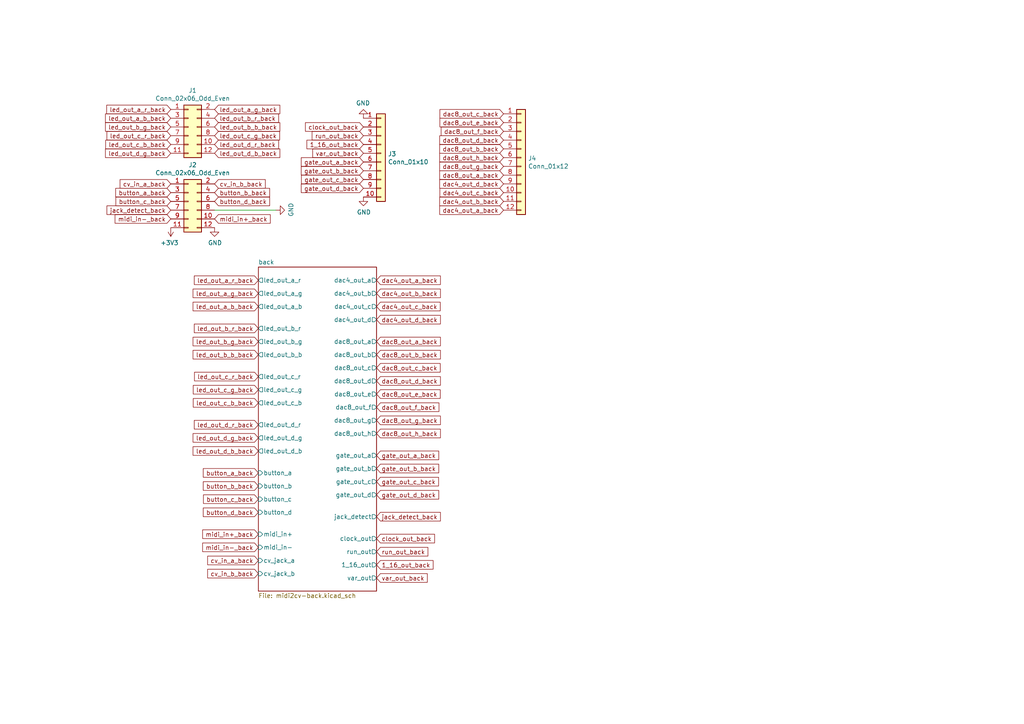
<source format=kicad_sch>
(kicad_sch (version 20211123) (generator eeschema)
  (paper "A4")
  (lib_symbols
    (symbol "Connector_Generic:Conn_01x10" (pin_names (offset 1.016) hide)
      (property "Reference" "J" (at 0 12.7 0))
      (property "Value" "Conn_01x10" (at 0 -15.24 0))
      (symbol "Conn_01x10_1_1"
        (rectangle (start -1.27 -12.573) (end 0 -12.827) (stroke (width 0.1524)))
        (rectangle (start -1.27 -10.033) (end 0 -10.287) (stroke (width 0.1524)))
        (rectangle (start -1.27 -7.493) (end 0 -7.747) (stroke (width 0.1524)))
        (rectangle (start -1.27 -4.953) (end 0 -5.207) (stroke (width 0.1524)))
        (rectangle (start -1.27 -2.413) (end 0 -2.667) (stroke (width 0.1524)))
        (rectangle (start -1.27 0.127) (end 0 -0.127) (stroke (width 0.1524)))
        (rectangle (start -1.27 2.667) (end 0 2.413) (stroke (width 0.1524)))
        (rectangle (start -1.27 5.207) (end 0 4.953) (stroke (width 0.1524)))
        (rectangle (start -1.27 7.747) (end 0 7.493) (stroke (width 0.1524)))
        (rectangle (start -1.27 10.287) (end 0 10.033) (stroke (width 0.1524)))
        (rectangle (start -1.27 11.43) (end 1.27 -13.97) (stroke (width 0.254)) (fill (type background)))
        (pin passive line (at -5.08 10.16 0) (length 3.81) (name "Pin_1") (number "1"))
        (pin passive line (at -5.08 -12.7 0) (length 3.81) (name "Pin_10") (number "10"))
        (pin passive line (at -5.08 7.62 0) (length 3.81) (name "Pin_2") (number "2"))
        (pin passive line (at -5.08 5.08 0) (length 3.81) (name "Pin_3") (number "3"))
        (pin passive line (at -5.08 2.54 0) (length 3.81) (name "Pin_4") (number "4"))
        (pin passive line (at -5.08 0 0) (length 3.81) (name "Pin_5") (number "5"))
        (pin passive line (at -5.08 -2.54 0) (length 3.81) (name "Pin_6") (number "6"))
        (pin passive line (at -5.08 -5.08 0) (length 3.81) (name "Pin_7") (number "7"))
        (pin passive line (at -5.08 -7.62 0) (length 3.81) (name "Pin_8") (number "8"))
        (pin passive line (at -5.08 -10.16 0) (length 3.81) (name "Pin_9") (number "9"))
      )
    )
    (symbol "Connector_Generic:Conn_01x12" (pin_names (offset 1.016) hide)
      (property "Reference" "J" (at 0 15.24 0))
      (property "Value" "Conn_01x12" (at 0 -17.78 0))
      (symbol "Conn_01x12_1_1"
        (rectangle (start -1.27 -15.113) (end 0 -15.367) (stroke (width 0.1524)))
        (rectangle (start -1.27 -12.573) (end 0 -12.827) (stroke (width 0.1524)))
        (rectangle (start -1.27 -10.033) (end 0 -10.287) (stroke (width 0.1524)))
        (rectangle (start -1.27 -7.493) (end 0 -7.747) (stroke (width 0.1524)))
        (rectangle (start -1.27 -4.953) (end 0 -5.207) (stroke (width 0.1524)))
        (rectangle (start -1.27 -2.413) (end 0 -2.667) (stroke (width 0.1524)))
        (rectangle (start -1.27 0.127) (end 0 -0.127) (stroke (width 0.1524)))
        (rectangle (start -1.27 2.667) (end 0 2.413) (stroke (width 0.1524)))
        (rectangle (start -1.27 5.207) (end 0 4.953) (stroke (width 0.1524)))
        (rectangle (start -1.27 7.747) (end 0 7.493) (stroke (width 0.1524)))
        (rectangle (start -1.27 10.287) (end 0 10.033) (stroke (width 0.1524)))
        (rectangle (start -1.27 12.827) (end 0 12.573) (stroke (width 0.1524)))
        (rectangle (start -1.27 13.97) (end 1.27 -16.51) (stroke (width 0.254)) (fill (type background)))
        (pin passive line (at -5.08 12.7 0) (length 3.81) (name "Pin_1") (number "1"))
        (pin passive line (at -5.08 -10.16 0) (length 3.81) (name "Pin_10") (number "10"))
        (pin passive line (at -5.08 -12.7 0) (length 3.81) (name "Pin_11") (number "11"))
        (pin passive line (at -5.08 -15.24 0) (length 3.81) (name "Pin_12") (number "12"))
        (pin passive line (at -5.08 10.16 0) (length 3.81) (name "Pin_2") (number "2"))
        (pin passive line (at -5.08 7.62 0) (length 3.81) (name "Pin_3") (number "3"))
        (pin passive line (at -5.08 5.08 0) (length 3.81) (name "Pin_4") (number "4"))
        (pin passive line (at -5.08 2.54 0) (length 3.81) (name "Pin_5") (number "5"))
        (pin passive line (at -5.08 0 0) (length 3.81) (name "Pin_6") (number "6"))
        (pin passive line (at -5.08 -2.54 0) (length 3.81) (name "Pin_7") (number "7"))
        (pin passive line (at -5.08 -5.08 0) (length 3.81) (name "Pin_8") (number "8"))
        (pin passive line (at -5.08 -7.62 0) (length 3.81) (name "Pin_9") (number "9"))
      )
    )
    (symbol "Connector_Generic:Conn_02x06_Odd_Even" (pin_names (offset 1.016) hide)
      (property "Reference" "J" (at 1.27 7.62 0))
      (property "Value" "Conn_02x06_Odd_Even" (at 1.27 -10.16 0))
      (symbol "Conn_02x06_Odd_Even_1_1"
        (rectangle (start -1.27 -7.493) (end 0 -7.747) (stroke (width 0.1524)))
        (rectangle (start -1.27 -4.953) (end 0 -5.207) (stroke (width 0.1524)))
        (rectangle (start -1.27 -2.413) (end 0 -2.667) (stroke (width 0.1524)))
        (rectangle (start -1.27 0.127) (end 0 -0.127) (stroke (width 0.1524)))
        (rectangle (start -1.27 2.667) (end 0 2.413) (stroke (width 0.1524)))
        (rectangle (start -1.27 5.207) (end 0 4.953) (stroke (width 0.1524)))
        (rectangle (start -1.27 6.35) (end 3.81 -8.89) (stroke (width 0.254)) (fill (type background)))
        (rectangle (start 3.81 -7.493) (end 2.54 -7.747) (stroke (width 0.1524)))
        (rectangle (start 3.81 -4.953) (end 2.54 -5.207) (stroke (width 0.1524)))
        (rectangle (start 3.81 -2.413) (end 2.54 -2.667) (stroke (width 0.1524)))
        (rectangle (start 3.81 0.127) (end 2.54 -0.127) (stroke (width 0.1524)))
        (rectangle (start 3.81 2.667) (end 2.54 2.413) (stroke (width 0.1524)))
        (rectangle (start 3.81 5.207) (end 2.54 4.953) (stroke (width 0.1524)))
        (pin passive line (at -5.08 5.08 0) (length 3.81) (name "Pin_1") (number "1"))
        (pin passive line (at 7.62 -5.08 180) (length 3.81) (name "Pin_10") (number "10"))
        (pin passive line (at -5.08 -7.62 0) (length 3.81) (name "Pin_11") (number "11"))
        (pin passive line (at 7.62 -7.62 180) (length 3.81) (name "Pin_12") (number "12"))
        (pin passive line (at 7.62 5.08 180) (length 3.81) (name "Pin_2") (number "2"))
        (pin passive line (at -5.08 2.54 0) (length 3.81) (name "Pin_3") (number "3"))
        (pin passive line (at 7.62 2.54 180) (length 3.81) (name "Pin_4") (number "4"))
        (pin passive line (at -5.08 0 0) (length 3.81) (name "Pin_5") (number "5"))
        (pin passive line (at 7.62 0 180) (length 3.81) (name "Pin_6") (number "6"))
        (pin passive line (at -5.08 -2.54 0) (length 3.81) (name "Pin_7") (number "7"))
        (pin passive line (at 7.62 -2.54 180) (length 3.81) (name "Pin_8") (number "8"))
        (pin passive line (at -5.08 -5.08 0) (length 3.81) (name "Pin_9") (number "9"))
      )
    )
    (symbol "power:+3.3V" (power) (pin_names (offset 0))
      (property "Value" "+3.3V" (at 0 3.556 0))
      (symbol "+3.3V_0_1"
        (polyline (pts (xy -0.762 1.27) (xy 0 2.54)))
        (polyline (pts (xy 0 0) (xy 0 2.54)))
        (polyline (pts (xy 0 2.54) (xy 0.762 1.27)))
      )
      (symbol "+3.3V_1_1"
        (pin power_in line (at 0 0 90) (length 0) hide (name "+3V3") (number "1"))
      )
    )
    (symbol "power:GND" (power) (pin_names (offset 0))
      (property "Value" "GND" (at 0 -3.81 0))
      (symbol "GND_0_1"
        (polyline (pts (xy 0 0) (xy 0 -1.27) (xy 1.27 -1.27) (xy 0 -2.54) (xy -1.27 -1.27) (xy 0 -1.27)))
      )
      (symbol "GND_1_1"
        (pin power_in line (at 0 0 270) (length 0) hide (name "GND") (number "1"))
      )
    )
  )
  (wire (pts (xy 62.23 60.96) (xy 80.01 60.96)))
  (global_label "dac8_out_d_back" (shape input) (at 109.22 110.49 0) (property "Intersheet References" "${INTERSHEET_REFS}" (effects hide)))
  (global_label "run_out_back" (shape input) (at 105.41 39.37 180) (property "Intersheet References" "${INTERSHEET_REFS}" (effects hide)))
  (global_label "dac8_out_h_back" (shape input) (at 146.05 45.72 180) (property "Intersheet References" "${INTERSHEET_REFS}" (effects hide)))
  (global_label "led_out_b_g_back" (shape input) (at 74.93 99.06 180) (property "Intersheet References" "${INTERSHEET_REFS}" (effects hide)))
  (global_label "led_out_d_g_back" (shape input) (at 74.93 127 180) (property "Intersheet References" "${INTERSHEET_REFS}" (effects hide)))
  (global_label "run_out_back" (shape input) (at 109.22 160.02 0) (property "Intersheet References" "${INTERSHEET_REFS}" (effects hide)))
  (global_label "midi_in+_back" (shape input) (at 62.23 63.5 0) (property "Intersheet References" "${INTERSHEET_REFS}" (effects hide)))
  (global_label "led_out_b_b_back" (shape input) (at 62.23 36.83 0) (property "Intersheet References" "${INTERSHEET_REFS}" (effects hide)))
  (global_label "gate_out_c_back" (shape input) (at 109.22 139.7 0) (property "Intersheet References" "${INTERSHEET_REFS}" (effects hide)))
  (global_label "dac8_out_h_back" (shape input) (at 109.22 125.73 0) (property "Intersheet References" "${INTERSHEET_REFS}" (effects hide)))
  (global_label "button_d_back" (shape input) (at 62.23 58.42 0) (property "Intersheet References" "${INTERSHEET_REFS}" (effects hide)))
  (global_label "dac4_out_c_back" (shape input) (at 146.05 55.88 180) (property "Intersheet References" "${INTERSHEET_REFS}" (effects hide)))
  (global_label "gate_out_d_back" (shape input) (at 105.41 54.61 180) (property "Intersheet References" "${INTERSHEET_REFS}" (effects hide)))
  (global_label "led_out_a_g_back" (shape input) (at 74.93 85.09 180) (property "Intersheet References" "${INTERSHEET_REFS}" (effects hide)))
  (global_label "led_out_d_b_back" (shape input) (at 74.93 130.81 180) (property "Intersheet References" "${INTERSHEET_REFS}" (effects hide)))
  (global_label "dac4_out_d_back" (shape input) (at 109.22 92.71 0) (property "Intersheet References" "${INTERSHEET_REFS}" (effects hide)))
  (global_label "midi_in-_back" (shape input) (at 74.93 158.75 180) (property "Intersheet References" "${INTERSHEET_REFS}" (effects hide)))
  (global_label "jack_detect_back" (shape input) (at 109.22 149.86 0) (property "Intersheet References" "${INTERSHEET_REFS}" (effects hide)))
  (global_label "dac8_out_a_back" (shape input) (at 109.22 99.06 0) (property "Intersheet References" "${INTERSHEET_REFS}" (effects hide)))
  (global_label "button_a_back" (shape input) (at 74.93 137.16 180) (property "Intersheet References" "${INTERSHEET_REFS}" (effects hide)))
  (global_label "dac8_out_a_back" (shape input) (at 146.05 50.8 180) (property "Intersheet References" "${INTERSHEET_REFS}" (effects hide)))
  (global_label "led_out_b_b_back" (shape input) (at 74.93 102.87 180) (property "Intersheet References" "${INTERSHEET_REFS}" (effects hide)))
  (global_label "cv_in_b_back" (shape input) (at 62.23 53.34 0) (property "Intersheet References" "${INTERSHEET_REFS}" (effects hide)))
  (global_label "gate_out_d_back" (shape input) (at 109.22 143.51 0) (property "Intersheet References" "${INTERSHEET_REFS}" (effects hide)))
  (global_label "led_out_d_r_back" (shape input) (at 74.93 123.19 180) (property "Intersheet References" "${INTERSHEET_REFS}" (effects hide)))
  (global_label "cv_in_b_back" (shape input) (at 74.93 166.37 180) (property "Intersheet References" "${INTERSHEET_REFS}" (effects hide)))
  (global_label "dac4_out_a_back" (shape input) (at 146.05 60.96 180) (property "Intersheet References" "${INTERSHEET_REFS}" (effects hide)))
  (global_label "led_out_d_g_back" (shape input) (at 49.53 44.45 180) (property "Intersheet References" "${INTERSHEET_REFS}" (effects hide)))
  (global_label "led_out_d_r_back" (shape input) (at 62.23 41.91 0) (property "Intersheet References" "${INTERSHEET_REFS}" (effects hide)))
  (global_label "dac8_out_f_back" (shape input) (at 146.05 38.1 180) (property "Intersheet References" "${INTERSHEET_REFS}" (effects hide)))
  (global_label "jack_detect_back" (shape input) (at 49.53 60.96 180) (property "Intersheet References" "${INTERSHEET_REFS}" (effects hide)))
  (global_label "led_out_b_r_back" (shape input) (at 74.93 95.25 180) (property "Intersheet References" "${INTERSHEET_REFS}" (effects hide)))
  (global_label "button_d_back" (shape input) (at 74.93 148.59 180) (property "Intersheet References" "${INTERSHEET_REFS}" (effects hide)))
  (global_label "button_a_back" (shape input) (at 49.53 55.88 180) (property "Intersheet References" "${INTERSHEET_REFS}" (effects hide)))
  (global_label "gate_out_a_back" (shape input) (at 109.22 132.08 0) (property "Intersheet References" "${INTERSHEET_REFS}" (effects hide)))
  (global_label "dac8_out_c_back" (shape input) (at 109.22 106.68 0) (property "Intersheet References" "${INTERSHEET_REFS}" (effects hide)))
  (global_label "dac8_out_e_back" (shape input) (at 146.05 35.56 180) (property "Intersheet References" "${INTERSHEET_REFS}" (effects hide)))
  (global_label "led_out_c_r_back" (shape input) (at 49.53 39.37 180) (property "Intersheet References" "${INTERSHEET_REFS}" (effects hide)))
  (global_label "var_out_back" (shape input) (at 109.22 167.64 0) (property "Intersheet References" "${INTERSHEET_REFS}" (effects hide)))
  (global_label "clock_out_back" (shape input) (at 105.41 36.83 180) (property "Intersheet References" "${INTERSHEET_REFS}" (effects hide)))
  (global_label "dac8_out_g_back" (shape input) (at 146.05 48.26 180) (property "Intersheet References" "${INTERSHEET_REFS}" (effects hide)))
  (global_label "dac4_out_b_back" (shape input) (at 146.05 58.42 180) (property "Intersheet References" "${INTERSHEET_REFS}" (effects hide)))
  (global_label "dac8_out_f_back" (shape input) (at 109.22 118.11 0) (property "Intersheet References" "${INTERSHEET_REFS}" (effects hide)))
  (global_label "dac4_out_c_back" (shape input) (at 109.22 88.9 0) (property "Intersheet References" "${INTERSHEET_REFS}" (effects hide)))
  (global_label "clock_out_back" (shape input) (at 109.22 156.21 0) (property "Intersheet References" "${INTERSHEET_REFS}" (effects hide)))
  (global_label "1_16_out_back" (shape input) (at 109.22 163.83 0) (property "Intersheet References" "${INTERSHEET_REFS}" (effects hide)))
  (global_label "dac4_out_a_back" (shape input) (at 109.22 81.28 0) (property "Intersheet References" "${INTERSHEET_REFS}" (effects hide)))
  (global_label "cv_in_a_back" (shape input) (at 49.53 53.34 180) (property "Intersheet References" "${INTERSHEET_REFS}" (effects hide)))
  (global_label "led_out_c_b_back" (shape input) (at 74.93 116.84 180) (property "Intersheet References" "${INTERSHEET_REFS}" (effects hide)))
  (global_label "dac4_out_d_back" (shape input) (at 146.05 53.34 180) (property "Intersheet References" "${INTERSHEET_REFS}" (effects hide)))
  (global_label "var_out_back" (shape input) (at 105.41 44.45 180) (property "Intersheet References" "${INTERSHEET_REFS}" (effects hide)))
  (global_label "dac8_out_c_back" (shape input) (at 146.05 33.02 180) (property "Intersheet References" "${INTERSHEET_REFS}" (effects hide)))
  (global_label "dac8_out_b_back" (shape input) (at 146.05 43.18 180) (property "Intersheet References" "${INTERSHEET_REFS}" (effects hide)))
  (global_label "led_out_c_r_back" (shape input) (at 74.93 109.22 180) (property "Intersheet References" "${INTERSHEET_REFS}" (effects hide)))
  (global_label "led_out_a_r_back" (shape input) (at 49.53 31.75 180) (property "Intersheet References" "${INTERSHEET_REFS}" (effects hide)))
  (global_label "led_out_c_g_back" (shape input) (at 62.23 39.37 0) (property "Intersheet References" "${INTERSHEET_REFS}" (effects hide)))
  (global_label "led_out_a_r_back" (shape input) (at 74.93 81.28 180) (property "Intersheet References" "${INTERSHEET_REFS}" (effects hide)))
  (global_label "button_c_back" (shape input) (at 74.93 144.78 180) (property "Intersheet References" "${INTERSHEET_REFS}" (effects hide)))
  (global_label "led_out_d_b_back" (shape input) (at 62.23 44.45 0) (property "Intersheet References" "${INTERSHEET_REFS}" (effects hide)))
  (global_label "button_b_back" (shape input) (at 74.93 140.97 180) (property "Intersheet References" "${INTERSHEET_REFS}" (effects hide)))
  (global_label "button_b_back" (shape input) (at 62.23 55.88 0) (property "Intersheet References" "${INTERSHEET_REFS}" (effects hide)))
  (global_label "led_out_a_b_back" (shape input) (at 74.93 88.9 180) (property "Intersheet References" "${INTERSHEET_REFS}" (effects hide)))
  (global_label "dac8_out_e_back" (shape input) (at 109.22 114.3 0) (property "Intersheet References" "${INTERSHEET_REFS}" (effects hide)))
  (global_label "1_16_out_back" (shape input) (at 105.41 41.91 180) (property "Intersheet References" "${INTERSHEET_REFS}" (effects hide)))
  (global_label "dac8_out_g_back" (shape input) (at 109.22 121.92 0) (property "Intersheet References" "${INTERSHEET_REFS}" (effects hide)))
  (global_label "gate_out_c_back" (shape input) (at 105.41 52.07 180) (property "Intersheet References" "${INTERSHEET_REFS}" (effects hide)))
  (global_label "led_out_c_b_back" (shape input) (at 49.53 41.91 180) (property "Intersheet References" "${INTERSHEET_REFS}" (effects hide)))
  (global_label "midi_in+_back" (shape input) (at 74.93 154.94 180) (property "Intersheet References" "${INTERSHEET_REFS}" (effects hide)))
  (global_label "led_out_b_g_back" (shape input) (at 49.53 36.83 180) (property "Intersheet References" "${INTERSHEET_REFS}" (effects hide)))
  (global_label "gate_out_a_back" (shape input) (at 105.41 46.99 180) (property "Intersheet References" "${INTERSHEET_REFS}" (effects hide)))
  (global_label "led_out_a_g_back" (shape input) (at 62.23 31.75 0) (property "Intersheet References" "${INTERSHEET_REFS}" (effects hide)))
  (global_label "dac8_out_d_back" (shape input) (at 146.05 40.64 180) (property "Intersheet References" "${INTERSHEET_REFS}" (effects hide)))
  (global_label "midi_in-_back" (shape input) (at 49.53 63.5 180) (property "Intersheet References" "${INTERSHEET_REFS}" (effects hide)))
  (global_label "dac4_out_b_back" (shape input) (at 109.22 85.09 0) (property "Intersheet References" "${INTERSHEET_REFS}" (effects hide)))
  (global_label "led_out_c_g_back" (shape input) (at 74.93 113.03 180) (property "Intersheet References" "${INTERSHEET_REFS}" (effects hide)))
  (global_label "gate_out_b_back" (shape input) (at 105.41 49.53 180) (property "Intersheet References" "${INTERSHEET_REFS}" (effects hide)))
  (global_label "cv_in_a_back" (shape input) (at 74.93 162.56 180) (property "Intersheet References" "${INTERSHEET_REFS}" (effects hide)))
  (global_label "button_c_back" (shape input) (at 49.53 58.42 180) (property "Intersheet References" "${INTERSHEET_REFS}" (effects hide)))
  (global_label "led_out_b_r_back" (shape input) (at 62.23 34.29 0) (property "Intersheet References" "${INTERSHEET_REFS}" (effects hide)))
  (global_label "led_out_a_b_back" (shape input) (at 49.53 34.29 180) (property "Intersheet References" "${INTERSHEET_REFS}" (effects hide)))
  (global_label "dac8_out_b_back" (shape input) (at 109.22 102.87 0) (property "Intersheet References" "${INTERSHEET_REFS}" (effects hide)))
  (global_label "gate_out_b_back" (shape input) (at 109.22 135.89 0) (property "Intersheet References" "${INTERSHEET_REFS}" (effects hide)))
  (symbol (lib_id "power:+3.3V") (at 49.53 66.04 180) (unit 1)
    (property "Reference" "#PWR01" (effects hide))
    (property "Value" "+3.3V" (at 49.149 70.4342 0))
  )
  (symbol (lib_id "power:GND") (at 62.23 66.04 0) (unit 1)
    (property "Reference" "#PWR02" (effects hide))
    (property "Value" "GND" (at 62.357 70.4342 0))
  )
  (symbol (lib_id "power:GND") (at 105.41 34.29 180) (unit 1)
    (property "Reference" "#PWR04" (effects hide))
    (property "Value" "GND" (at 105.283 29.8958 0))
  )
  (symbol (lib_id "power:GND") (at 105.41 57.15 0) (unit 1)
    (property "Reference" "#PWR05" (effects hide))
    (property "Value" "GND" (at 105.537 61.5442 0))
  )
  (symbol (lib_id "Connector_Generic:Conn_02x06_Odd_Even") (at 54.61 36.83 0) (unit 1)
    (property "Reference" "J1" (at 55.88 26.2382 0))
    (property "Value" "Conn_02x06_Odd_Even" (at 55.88 28.5496 0))
    (property "Footprint" "Connector_PinSocket_2.54mm:PinSocket_2x06_P2.54mm_Vertical" (effects hide))
  )
  (symbol (lib_id "Connector_Generic:Conn_02x06_Odd_Even") (at 54.61 58.42 0) (unit 1)
    (property "Reference" "J2" (at 55.88 47.8282 0))
    (property "Value" "Conn_02x06_Odd_Even" (at 55.88 50.1396 0))
    (property "Footprint" "Connector_PinSocket_2.54mm:PinSocket_2x06_P2.54mm_Vertical" (effects hide))
  )
  (symbol (lib_id "power:GND") (at 80.01 60.96 90) (unit 1)
    (property "Reference" "#PWR03" (effects hide))
    (property "Value" "GND" (at 84.4042 60.833 0))
  )
  (symbol (lib_id "Connector_Generic:Conn_01x10") (at 110.49 44.45 0) (unit 1)
    (property "Reference" "J3" (at 112.522 44.6532 0) (effects (justify left)))
    (property "Value" "Conn_01x10" (at 112.522 46.9646 0) (effects (justify left)))
    (property "Footprint" "Connector_PinSocket_2.54mm:PinSocket_1x10_P2.54mm_Vertical" (effects hide))
  )
  (symbol (lib_id "Connector_Generic:Conn_01x12") (at 151.13 45.72 0) (unit 1)
    (property "Reference" "J4" (at 153.162 45.9232 0) (effects (justify left)))
    (property "Value" "Conn_01x12" (at 153.162 48.2346 0) (effects (justify left)))
    (property "Footprint" "Connector_PinSocket_2.54mm:PinSocket_1x12_P2.54mm_Vertical" (effects hide))
  )
  (sheet (at 74.93 77.47) (size 34.29 93.98)
    (property "Sheet name" "back" (at 74.93 76.7584 0) (effects (justify left bottom)))
    (property "Sheet file" "midi2cv-back.kicad_sch" (at 74.93 172.0346 0) (effects (justify left top)))
    (pin "led_out_a_r" output (at 74.93 81.28 180))
    (pin "led_out_d_b" output (at 74.93 130.81 180))
    (pin "led_out_d_g" output (at 74.93 127 180))
    (pin "led_out_d_r" output (at 74.93 123.19 180))
    (pin "led_out_c_b" output (at 74.93 116.84 180))
    (pin "led_out_c_g" output (at 74.93 113.03 180))
    (pin "led_out_c_r" output (at 74.93 109.22 180))
    (pin "led_out_b_b" output (at 74.93 102.87 180))
    (pin "led_out_b_g" output (at 74.93 99.06 180))
    (pin "led_out_b_r" output (at 74.93 95.25 180))
    (pin "led_out_a_b" output (at 74.93 88.9 180))
    (pin "led_out_a_g" output (at 74.93 85.09 180))
    (pin "dac4_out_a" output (at 109.22 81.28 0))
    (pin "dac4_out_b" output (at 109.22 85.09 0))
    (pin "dac4_out_c" output (at 109.22 88.9 0))
    (pin "dac4_out_d" output (at 109.22 92.71 0))
    (pin "dac8_out_a" output (at 109.22 99.06 0))
    (pin "dac8_out_b" output (at 109.22 102.87 0))
    (pin "dac8_out_c" output (at 109.22 106.68 0))
    (pin "dac8_out_d" output (at 109.22 110.49 0))
    (pin "dac8_out_e" output (at 109.22 114.3 0))
    (pin "dac8_out_f" output (at 109.22 118.11 0))
    (pin "dac8_out_g" output (at 109.22 121.92 0))
    (pin "dac8_out_h" output (at 109.22 125.73 0))
    (pin "midi_in+" input (at 74.93 154.94 180))
    (pin "button_a" input (at 74.93 137.16 180))
    (pin "button_b" input (at 74.93 140.97 180))
    (pin "button_c" input (at 74.93 144.78 180))
    (pin "button_d" input (at 74.93 148.59 180))
    (pin "jack_detect" output (at 109.22 149.86 0))
    (pin "gate_out_a" output (at 109.22 132.08 0))
    (pin "clock_out" output (at 109.22 156.21 0))
    (pin "run_out" output (at 109.22 160.02 0))
    (pin "1_16_out" output (at 109.22 163.83 0))
    (pin "gate_out_b" output (at 109.22 135.89 0))
    (pin "gate_out_c" output (at 109.22 139.7 0))
    (pin "gate_out_d" output (at 109.22 143.51 0))
    (pin "var_out" output (at 109.22 167.64 0))
    (pin "cv_jack_a" input (at 74.93 162.56 180))
    (pin "cv_jack_b" input (at 74.93 166.37 180))
    (pin "midi_in-" input (at 74.93 158.75 180))
  )
)
</source>
